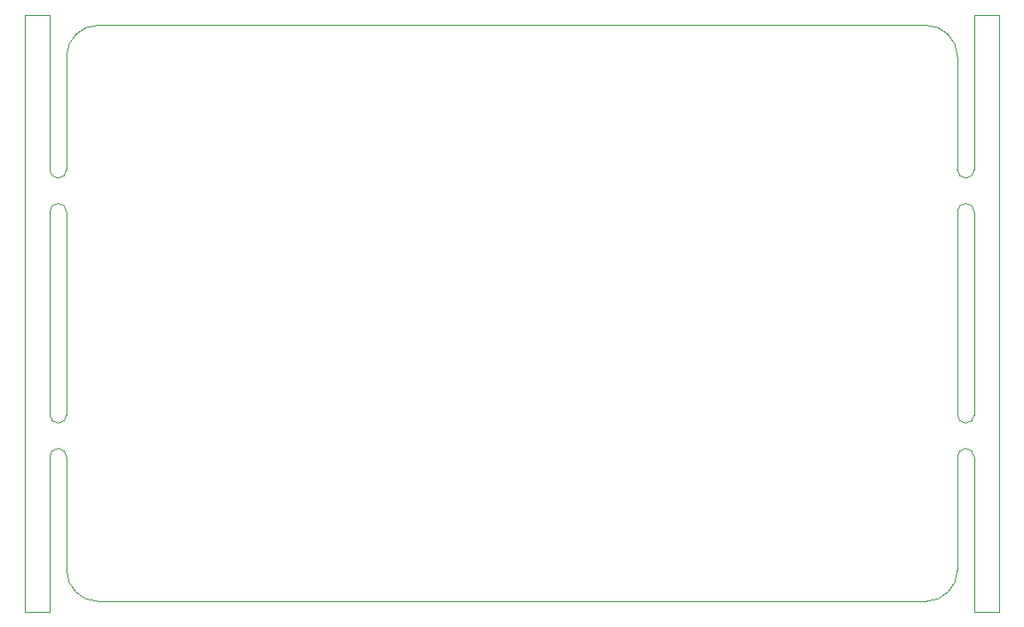
<source format=gbr>
%TF.GenerationSoftware,KiCad,Pcbnew,8.0.3*%
%TF.CreationDate,2024-07-18T08:33:45+12:00*%
%TF.ProjectId,Tea Cozy Hotplate,54656120-436f-47a7-9920-486f74706c61,rev?*%
%TF.SameCoordinates,Original*%
%TF.FileFunction,Profile,NP*%
%FSLAX46Y46*%
G04 Gerber Fmt 4.6, Leading zero omitted, Abs format (unit mm)*
G04 Created by KiCad (PCBNEW 8.0.3) date 2024-07-18 08:33:45*
%MOMM*%
%LPD*%
G01*
G04 APERTURE LIST*
%TA.AperFunction,Profile*%
%ADD10C,0.050000*%
%TD*%
G04 APERTURE END LIST*
D10*
X86600000Y-41200000D02*
X86600000Y-56000000D01*
X0Y-52000000D02*
X0Y-41700000D01*
X-4000000Y-56000000D02*
X-4000000Y1000000D01*
X85000000Y-41700000D02*
X85000000Y-52000000D01*
X85000000Y-18300000D02*
X85000000Y-36700000D01*
X3000000Y0D02*
X82000000Y0D01*
X-1600000Y-13800000D02*
X-1600000Y1000000D01*
X-1600000Y-37200000D02*
X-1600000Y-17800000D01*
X86600000Y-56000000D02*
X89000000Y-56000000D01*
X0Y-36700000D02*
X0Y-18300000D01*
X3000000Y-55000000D02*
G75*
G02*
X0Y-52000000I0J3000000D01*
G01*
X-1600000Y1000000D02*
X-4000000Y1000000D01*
X85000000Y-3000000D02*
X85000000Y-13300000D01*
X0Y-3000000D02*
G75*
G02*
X3000000Y0I2999998J2D01*
G01*
X3000000Y-55000000D02*
X82000000Y-55000000D01*
X-1607500Y-56000000D02*
X-4000000Y-56000000D01*
X86607500Y1000000D02*
X86607500Y-13800000D01*
X89000000Y1000000D02*
X89000000Y-56000000D01*
X86600000Y-17800000D02*
X86600000Y-37200000D01*
X82000000Y0D02*
G75*
G02*
X85000000Y-3000000I0J-3000000D01*
G01*
X85000000Y-52000000D02*
G75*
G02*
X82000000Y-55000000I-3000000J0D01*
G01*
X0Y-13300000D02*
X0Y-3000000D01*
X-1607500Y-56000000D02*
X-1607500Y-41200000D01*
X86607500Y1000000D02*
X89000000Y1000000D01*
%TO.C,*%
X-1607500Y-41200000D02*
G75*
G02*
X-807500Y-40400000I800001J-1D01*
G01*
%TO.C,REF\u002A\u002A*%
X85000000Y-37200000D02*
X85000000Y-36700000D01*
X85000000Y-41200000D02*
X85000000Y-41700000D01*
X85000000Y-41200000D02*
G75*
G02*
X85800000Y-40400000I800000J0D01*
G01*
X85800000Y-38000000D02*
G75*
G02*
X85000000Y-37200000I1J800001D01*
G01*
X0Y-37200000D02*
X0Y-36700000D01*
X0Y-41200000D02*
X0Y-41700000D01*
X-800000Y-40400000D02*
G75*
G02*
X0Y-41200000I-1J-800001D01*
G01*
X0Y-37200000D02*
G75*
G02*
X-800000Y-38000000I-800000J0D01*
G01*
%TO.C,*%
X86600000Y-37200000D02*
G75*
G02*
X85800000Y-38000000I-800001J1D01*
G01*
X-800000Y-14600000D02*
G75*
G02*
X-1600000Y-13800000I1J800001D01*
G01*
X-800000Y-38000000D02*
G75*
G02*
X-1600000Y-37200000I1J800001D01*
G01*
%TO.C,REF\u002A\u002A*%
X0Y-13800000D02*
X0Y-13300000D01*
X0Y-17800000D02*
X0Y-18300000D01*
X-800000Y-17000000D02*
G75*
G02*
X0Y-17800000I-1J-800001D01*
G01*
X0Y-13800000D02*
G75*
G02*
X-800000Y-14600000I-800000J0D01*
G01*
%TO.C,*%
X86607500Y-13800000D02*
G75*
G02*
X85807500Y-14600000I-800001J1D01*
G01*
X85800000Y-40400000D02*
G75*
G02*
X86600000Y-41200000I-1J-800001D01*
G01*
X85800000Y-17000000D02*
G75*
G02*
X86600000Y-17800000I-1J-800001D01*
G01*
%TO.C,REF\u002A\u002A*%
X85000000Y-13800000D02*
X85000000Y-13300000D01*
X85000000Y-17800000D02*
X85000000Y-18300000D01*
X85000000Y-17800000D02*
G75*
G02*
X85800000Y-17000000I800000J0D01*
G01*
X85800000Y-14600000D02*
G75*
G02*
X85000000Y-13800000I1J800001D01*
G01*
%TO.C,*%
X-1600000Y-17800000D02*
G75*
G02*
X-800000Y-17000000I800001J-1D01*
G01*
%TD*%
M02*

</source>
